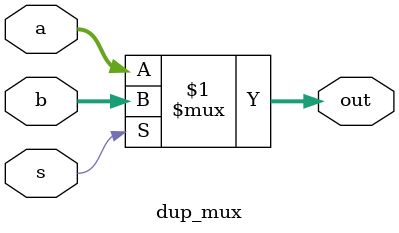
<source format=v>
`timescale 1ns / 1ps


module dup_mux(
    input wire [31:0] a, 
    input wire [31:0] b, 
    input wire s, 
    output wire [31:0] out
    );
    
    assign out = s ? b : a;
endmodule

</source>
